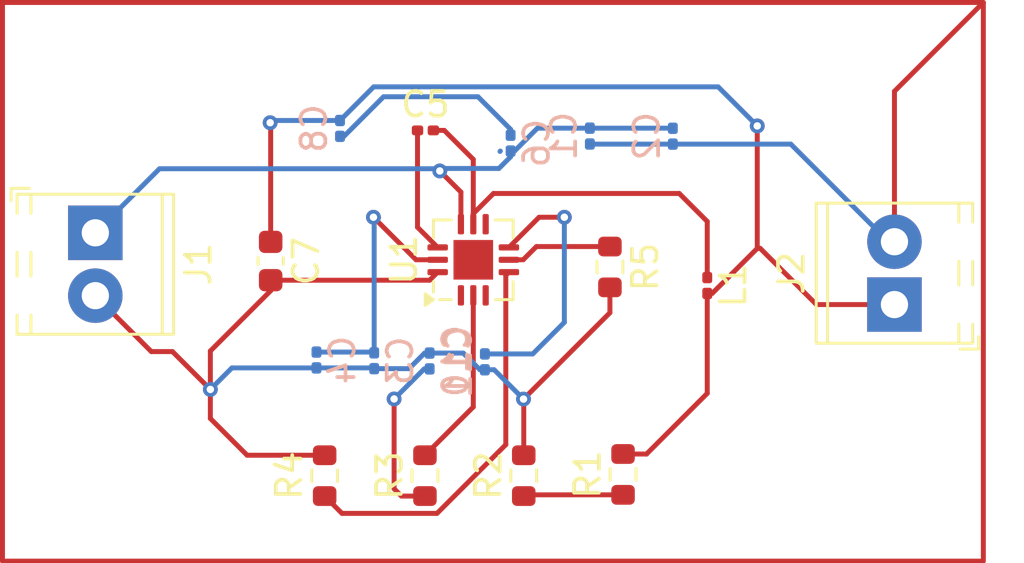
<source format=kicad_pcb>
(kicad_pcb (version 20240108) (generator "pcbnew") (generator_version "8.0")
  (layers (0 "F.Cu" signal) (31 "B.Cu" signal) (34 "B.Paste" user) (35 "F.Paste" user) (36 "B.SilkS" user "B.Silkscreen") (37 "F.SilkS" user "F.Silkscreen") (38 "B.Mask" user) (39 "F.Mask" user) (44 "Edge.Cuts" user))
  (net 0 "")
  (net 1 "Earth")
  (net 2 "Net-(U1-VCC)")
  (net 3 "Net-(U1-BST)")
  (net 4 "Net-(U1-SW)")
  (net 5 "Net-(C10-Pad1)")
  (net 6 "Net-(U1-SS{slash}TRK)")
  (net 7 "Net-(U1-FB)")
  (net 8 "Net-(U1-COMP)")
  (net 9 "Net-(U1-PGOOD)")
  (net 10 "Net-(U1-FREQ)")
  (net 11 "Net-(J1-Pin_1)")
  (net 12 "Net-(J2-Pin_1)")
  (footprint "Inductor_SMD:L_0201_0603Metric" (layer "F.Cu") (at 142.68 83.82 -90)
    (property "Reference" "L1" (at 0 -1.05 90) (layer "F.SilkS"))
    (property "Value" "18.3uH")
    (pad "1" smd roundrect (at -0.32 0 270) (size 0.46 0.4) (layers "F.Cu" "F.Mask") (net 4 "Net-(U1-SW)"))
    (pad "2" smd roundrect (at 0.32 0 270) (size 0.46 0.4) (layers "F.Cu" "F.Mask") (net 12 "Net-(J2-Pin_1)"))
  )
  (footprint "TerminalBlock_Phoenix:TerminalBlock_Phoenix_MPT-0,5-2-2.54_1x02_P2.54mm_Horizontal" (layer "F.Cu") (at 117.97 81.69 -90)
    (property "Reference" "J1" (at 1.27 -4.16 90) (layer "F.SilkS"))
    (property "Value" "Vin 24V")
    (fp_line (start -1.8 3.4) (end -1.3 3.4) (stroke (width 0.12)) (layer "F.SilkS"))
    (fp_line (start -1.56 3.16) (end -0.79 3.16) (stroke (width 0.12)) (layer "F.SilkS"))
    (fp_line (start 0.79 3.16) (end 1.75 3.16) (stroke (width 0.12)) (layer "F.SilkS"))
    (fp_line (start 3.33 3.16) (end 4.1 3.16) (stroke (width 0.12)) (layer "F.SilkS"))
    (fp_line (start -1.8 2.66) (end -1.8 3.4) (stroke (width 0.12)) (layer "F.SilkS"))
    (fp_line (start -1.56 2.6) (end -0.79 2.6) (stroke (width 0.12)) (layer "F.SilkS"))
    (fp_line (start 0.79 2.6) (end 1.75 2.6) (stroke (width 0.12)) (layer "F.SilkS"))
    (fp_line (start 3.33 2.6) (end 4.1 2.6) (stroke (width 0.12)) (layer "F.SilkS"))
    (fp_line (start -1.56 -2.7) (end 4.1 -2.7) (stroke (width 0.12)) (layer "F.SilkS"))
    (fp_line (start -1.56 -3.16) (end -1.56 3.16) (stroke (width 0.12)) (layer "F.SilkS"))
    (fp_line (start -1.56 -3.16) (end 4.1 -3.16) (stroke (width 0.12)) (layer "F.SilkS"))
    (fp_line (start 4.1 -3.16) (end 4.1 3.16) (stroke (width 0.12)) (layer "F.SilkS"))
    (pad "" np_thru_hole circle (at 0 2.54 270) (size 1.1 1.1) (drill 1.1) (layers "*.Cu" "*.Mask"))
    (pad "" np_thru_hole circle (at 2.54 2.54 270) (size 1.1 1.1) (drill 1.1) (layers "*.Cu" "*.Mask"))
    (pad "1" thru_hole rect (at 0 0 270) (size 2.2 2.2) (drill 1.1) (layers "*.Cu" "*.Mask") (net 11 "Net-(J1-Pin_1)"))
    (pad "2" thru_hole circle (at 2.54 0 270) (size 2.2 2.2) (drill 1.1) (layers "*.Cu" "*.Mask") (net 1 "Earth"))
  )
  (footprint "Resistor_SMD:R_0603_1608Metric" (layer "F.Cu") (at 127.23 91.505 90)
    (property "Reference" "R4" (at 0 -1.43 90) (layer "F.SilkS"))
    (property "Value" "50k")
    (fp_line (start -0.237258 -0.5225) (end 0.237258 -0.5225) (stroke (width 0.12)) (layer "F.SilkS"))
    (fp_line (start -0.237258 0.5225) (end 0.237258 0.5225) (stroke (width 0.12)) (layer "F.SilkS"))
    (pad "1" smd roundrect (at -0.825 0 90) (size 0.8 0.95) (layers "F.Cu" "F.Paste" "F.Mask") (net 9 "Net-(U1-PGOOD)"))
    (pad "2" smd roundrect (at 0.825 0 90) (size 0.8 0.95) (layers "F.Cu" "F.Paste" "F.Mask") (net 1 "Earth"))
  )
  (footprint "Package_DFN_QFN:QFN-12-1EP_3x3mm_P0.5mm_EP1.6x1.6mm" (layer "F.Cu") (at 133.2325 82.78 90)
    (property "Reference" "U1" (at 0 -2.8 90) (layer "F.SilkS"))
    (property "Value" "ADP2441")
    (fp_line (start 1.61 -1.61) (end 1.61 -0.885) (stroke (width 0.12)) (layer "F.SilkS"))
    (fp_line (start 0.885 -1.61) (end 1.61 -1.61) (stroke (width 0.12)) (layer "F.SilkS"))
    (fp_line (start -0.885 -1.61) (end -1.31 -1.61) (stroke (width 0.12)) (layer "F.SilkS"))
    (fp_line (start -1.61 -0.885) (end -1.61 -1.37) (stroke (width 0.12)) (layer "F.SilkS"))
    (fp_line (start 1.61 1.61) (end 1.61 0.885) (stroke (width 0.12)) (layer "F.SilkS"))
    (fp_line (start 0.885 1.61) (end 1.61 1.61) (stroke (width 0.12)) (layer "F.SilkS"))
    (fp_line (start -0.885 1.61) (end -1.61 1.61) (stroke (width 0.12)) (layer "F.SilkS"))
    (fp_line (start -1.61 1.61) (end -1.61 0.885) (stroke (width 0.12)) (layer "F.SilkS"))
    (fp_poly (pts (xy -1.61 -1.61) (xy -1.85 -1.94) (xy -1.37 -1.94) (xy -1.61 -1.61)) (stroke (width 0.12)) (fill solid) (layer "F.SilkS"))
    (pad "1" smd roundrect (at -1.4375 -0.5 90) (size 0.825 0.25) (layers "F.Cu" "F.Paste" "F.Mask") (net 7 "Net-(U1-FB)"))
    (pad "2" smd roundrect (at -1.4375 0 90) (size 0.825 0.25) (layers "F.Cu" "F.Paste" "F.Mask") (net 8 "Net-(U1-COMP)"))
    (pad "3" smd roundrect (at -1.4375 0.5 90) (size 0.825 0.25) (layers "F.Cu" "F.Paste" "F.Mask") (net 1 "Earth"))
    (pad "4" smd roundrect (at -0.5 1.4375 90) (size 0.25 0.825) (layers "F.Cu" "F.Paste" "F.Mask") (net 9 "Net-(U1-PGOOD)"))
    (pad "5" smd roundrect (at 0 1.4375 90) (size 0.25 0.825) (layers "F.Cu" "F.Paste" "F.Mask") (net 10 "Net-(U1-FREQ)"))
    (pad "6" smd roundrect (at 0.5 1.4375 90) (size 0.25 0.825) (layers "F.Cu" "F.Paste" "F.Mask") (net 6 "Net-(U1-SS{slash}TRK)"))
    (pad "7" smd roundrect (at 1.4375 0.5 90) (size 0.825 0.25) (layers "F.Cu" "F.Paste" "F.Mask") (net 1 "Earth"))
    (pad "8" smd roundrect (at 1.4375 0 90) (size 0.825 0.25) (layers "F.Cu" "F.Paste" "F.Mask") (net 4 "Net-(U1-SW)"))
    (pad "9" smd roundrect (at 1.4375 -0.5 90) (size 0.825 0.25) (layers "F.Cu" "F.Paste" "F.Mask") (net 11 "Net-(J1-Pin_1)"))
    (pad "10" smd roundrect (at 0.5 -1.4375 90) (size 0.25 0.825) (layers "F.Cu" "F.Paste" "F.Mask") (net 3 "Net-(U1-BST)"))
    (pad "11" smd roundrect (at 0 -1.4375 90) (size 0.25 0.825) (layers "F.Cu" "F.Paste" "F.Mask") (net 2 "Net-(U1-VCC)"))
    (pad "12" smd roundrect (at -0.5 -1.4375 90) (size 0.25 0.825) (layers "F.Cu" "F.Paste" "F.Mask") (net 1 "Earth"))
    (pad "13" smd rect (at 0 0 90) (size 1.6 1.6) (property pad_prop_heatsink) (layers "F.Cu" "F.Mask"))
  )
  (footprint "Resistor_SMD:R_0603_1608Metric" (layer "F.Cu") (at 131.28 91.505 90)
    (property "Reference" "R3" (at 0 -1.43 90) (layer "F.SilkS"))
    (property "Value" "118k")
    (fp_line (start -0.237258 -0.5225) (end 0.237258 -0.5225) (stroke (width 0.12)) (layer "F.SilkS"))
    (fp_line (start -0.237258 0.5225) (end 0.237258 0.5225) (stroke (width 0.12)) (layer "F.SilkS"))
    (pad "1" smd roundrect (at -0.825 0 90) (size 0.8 0.95) (layers "F.Cu" "F.Paste" "F.Mask") (net 5 "Net-(C10-Pad1)"))
    (pad "2" smd roundrect (at 0.825 0 90) (size 0.8 0.95) (layers "F.Cu" "F.Paste" "F.Mask") (net 8 "Net-(U1-COMP)"))
  )
  (footprint "Capacitor_SMD:C_0201_0603Metric" (layer "F.Cu") (at 131.3 77.55)
    (property "Reference" "C5" (at 0 -1.05 360) (layer "F.SilkS"))
    (property "Value" "10nF")
    (pad "1" smd roundrect (at -0.32 0) (size 0.46 0.4) (layers "F.Cu" "F.Mask") (net 3 "Net-(U1-BST)"))
    (pad "2" smd roundrect (at 0.32 0) (size 0.46 0.4) (layers "F.Cu" "F.Mask") (net 4 "Net-(U1-SW)"))
  )
  (footprint "Capacitor_SMD:C_0603_1608Metric" (layer "F.Cu") (at 125.05 82.83 -90)
    (property "Reference" "C7" (at 0 -1.43 90) (layer "F.SilkS"))
    (property "Value" "22uF")
    (fp_line (start -0.14058 0.51) (end 0.14058 0.51) (stroke (width 0.12)) (layer "F.SilkS"))
    (fp_line (start -0.14058 -0.51) (end 0.14058 -0.51) (stroke (width 0.12)) (layer "F.SilkS"))
    (pad "1" smd roundrect (at -0.775 0 270) (size 0.9 0.95) (layers "F.Cu" "F.Paste" "F.Mask") (net 12 "Net-(J2-Pin_1)"))
    (pad "2" smd roundrect (at 0.775 0 270) (size 0.9 0.95) (layers "F.Cu" "F.Paste" "F.Mask") (net 1 "Earth"))
  )
  (footprint "TerminalBlock_Phoenix:TerminalBlock_Phoenix_MPT-0,5-2-2.54_1x02_P2.54mm_Horizontal" (layer "F.Cu") (at 150.24 84.59 90)
    (property "Reference" "J2" (at 1.27 -4.16 90) (layer "F.SilkS"))
    (property "Value" "Vout 5V, 1A")
    (fp_line (start 4.1 -3.16) (end 4.1 3.16) (stroke (width 0.12)) (layer "F.SilkS"))
    (fp_line (start -1.56 -3.16) (end 4.1 -3.16) (stroke (width 0.12)) (layer "F.SilkS"))
    (fp_line (start -1.56 -3.16) (end -1.56 3.16) (stroke (width 0.12)) (layer "F.SilkS"))
    (fp_line (start -1.56 -2.7) (end 4.1 -2.7) (stroke (width 0.12)) (layer "F.SilkS"))
    (fp_line (start 3.33 2.6) (end 4.1 2.6) (stroke (width 0.12)) (layer "F.SilkS"))
    (fp_line (start 0.79 2.6) (end 1.75 2.6) (stroke (width 0.12)) (layer "F.SilkS"))
    (fp_line (start -1.56 2.6) (end -0.79 2.6) (stroke (width 0.12)) (layer "F.SilkS"))
    (fp_line (start -1.8 2.66) (end -1.8 3.4) (stroke (width 0.12)) (layer "F.SilkS"))
    (fp_line (start 3.33 3.16) (end 4.1 3.16) (stroke (width 0.12)) (layer "F.SilkS"))
    (fp_line (start 0.79 3.16) (end 1.75 3.16) (stroke (width 0.12)) (layer "F.SilkS"))
    (fp_line (start -1.56 3.16) (end -0.79 3.16) (stroke (width 0.12)) (layer "F.SilkS"))
    (fp_line (start -1.8 3.4) (end -1.3 3.4) (stroke (width 0.12)) (layer "F.SilkS"))
    (pad "" np_thru_hole circle (at 0 2.54 90) (size 1.1 1.1) (drill 1.1) (layers "*.Cu" "*.Mask"))
    (pad "" np_thru_hole circle (at 2.54 2.54 90) (size 1.1 1.1) (drill 1.1) (layers "*.Cu" "*.Mask"))
    (pad "1" thru_hole rect (at 0 0 90) (size 2.2 2.2) (drill 1.1) (layers "*.Cu" "*.Mask") (net 12 "Net-(J2-Pin_1)"))
    (pad "2" thru_hole circle (at 2.54 0 90) (size 2.2 2.2) (drill 1.1) (layers "*.Cu" "*.Mask") (net 1 "Earth"))
  )
  (footprint "Resistor_SMD:R_0603_1608Metric" (layer "F.Cu") (at 135.27 91.505 90)
    (property "Reference" "R2" (at 0 -1.43 90) (layer "F.SilkS"))
    (property "Value" "10k")
    (fp_line (start -0.237258 -0.5225) (end 0.237258 -0.5225) (stroke (width 0.12)) (layer "F.SilkS"))
    (fp_line (start -0.237258 0.5225) (end 0.237258 0.5225) (stroke (width 0.12)) (layer "F.SilkS"))
    (pad "1" smd roundrect (at -0.825 0 90) (size 0.8 0.95) (layers "F.Cu" "F.Paste" "F.Mask") (net 7 "Net-(U1-FB)"))
    (pad "2" smd roundrect (at 0.825 0 90) (size 0.8 0.95) (layers "F.Cu" "F.Paste" "F.Mask") (net 1 "Earth"))
  )
  (footprint "Resistor_SMD:R_0603_1608Metric" (layer "F.Cu") (at 139.28 91.455 90)
    (property "Reference" "R1" (at 0 -1.43 90) (layer "F.SilkS"))
    (property "Value" "74k")
    (fp_line (start -0.237258 -0.5225) (end 0.237258 -0.5225) (stroke (width 0.12)) (layer "F.SilkS"))
    (fp_line (start -0.237258 0.5225) (end 0.237258 0.5225) (stroke (width 0.12)) (layer "F.SilkS"))
    (pad "1" smd roundrect (at -0.825 0 90) (size 0.8 0.95) (layers "F.Cu" "F.Paste" "F.Mask") (net 7 "Net-(U1-FB)"))
    (pad "2" smd roundrect (at 0.825 0 90) (size 0.8 0.95) (layers "F.Cu" "F.Paste" "F.Mask") (net 12 "Net-(J2-Pin_1)"))
  )
  (footprint "Resistor_SMD:R_0603_1608Metric" (layer "F.Cu") (at 138.75 83.07 -90)
    (property "Reference" "R5" (at 0 -1.43 90) (layer "F.SilkS"))
    (property "Value" "132k")
    (fp_line (start -0.237258 0.5225) (end 0.237258 0.5225) (stroke (width 0.12)) (layer "F.SilkS"))
    (fp_line (start -0.237258 -0.5225) (end 0.237258 -0.5225) (stroke (width 0.12)) (layer "F.SilkS"))
    (pad "1" smd roundrect (at -0.825 0 270) (size 0.8 0.95) (layers "F.Cu" "F.Paste" "F.Mask") (net 10 "Net-(U1-FREQ)"))
    (pad "2" smd roundrect (at 0.825 0 270) (size 0.8 0.95) (layers "F.Cu" "F.Paste" "F.Mask") (net 1 "Earth"))
  )
  (footprint "Capacitor_SMD:C_0201_0603Metric" (layer "B.Cu") (at 126.9 86.83 90)
    (property "Reference" "C4" (at 0 1.05 90) (layer "B.SilkS") (effects (justify mirror)))
    (property "Value" "1uF/25V")
    (pad "1" smd roundrect (at -0.32 0 90) (size 0.46 0.4) (layers "B.Cu" "B.Mask") (net 1 "Earth"))
    (pad "2" smd roundrect (at 0.32 0 90) (size 0.46 0.4) (layers "B.Cu" "B.Mask") (net 2 "Net-(U1-VCC)"))
  )
  (footprint "Capacitor_SMD:C_0201_0603Metric" (layer "B.Cu") (at 129.23 86.86 90)
    (property "Reference" "C3" (at 0 1.05 90) (layer "B.SilkS") (effects (justify mirror)))
    (property "Value" "1uF/25V")
    (pad "1" smd roundrect (at -0.32 0 90) (size 0.46 0.4) (layers "B.Cu" "B.Mask") (net 1 "Earth"))
    (pad "2" smd roundrect (at 0.32 0 90) (size 0.46 0.4) (layers "B.Cu" "B.Mask") (net 2 "Net-(U1-VCC)"))
  )
  (footprint "Capacitor_SMD:C_0201_0603Metric" (layer "B.Cu") (at 127.85 77.47 -90)
    (property "Reference" "C8" (at 0 1.05 90) (layer "B.SilkS") (effects (justify mirror)))
    (property "Value" "10uF")
    (pad "1" smd roundrect (at -0.32 0 270) (size 0.46 0.4) (layers "B.Cu" "B.Mask") (net 12 "Net-(J2-Pin_1)"))
    (pad "2" smd roundrect (at 0.32 0 270) (size 0.46 0.4) (layers "B.Cu" "B.Mask") (net 1 "Earth"))
  )
  (footprint "Capacitor_SMD:C_0201_0603Metric" (layer "B.Cu") (at 137.94 77.78 -90)
    (property "Reference" "C1" (at 0 1.05 90) (layer "B.SilkS") (effects (justify mirror)))
    (property "Value" "4.7uF")
    (pad "1" smd roundrect (at -0.32 0 270) (size 0.46 0.4) (layers "B.Cu" "B.Mask") (net 11 "Net-(J1-Pin_1)"))
    (pad "2" smd roundrect (at 0.32 0 270) (size 0.46 0.4) (layers "B.Cu" "B.Mask") (net 1 "Earth"))
  )
  (footprint "Capacitor_SMD:C_0201_0603Metric" (layer "B.Cu") (at 141.29 77.785 -90)
    (property "Reference" "C2" (at 0 1.05 90) (layer "B.SilkS") (effects (justify mirror)))
    (property "Value" "4.7uF")
    (pad "1" smd roundrect (at -0.32 0 270) (size 0.46 0.4) (layers "B.Cu" "B.Mask") (net 11 "Net-(J1-Pin_1)"))
    (pad "2" smd roundrect (at 0.32 0 270) (size 0.46 0.4) (layers "B.Cu" "B.Mask") (net 1 "Earth"))
  )
  (footprint "Capacitor_SMD:C_0201_0603Metric" (layer "B.Cu") (at 134.74 78.065 90)
    (property "Reference" "C6" (at 0 1.05 90) (layer "B.SilkS") (effects (justify mirror)))
    (property "Value" "0.1uF")
    (pad "1" smd roundrect (at -0.32 0 90) (size 0.46 0.4) (layers "B.Cu" "B.Mask") (net 11 "Net-(J1-Pin_1)"))
    (pad "2" smd roundrect (at 0.32 0 90) (size 0.46 0.4) (layers "B.Cu" "B.Mask") (net 1 "Earth"))
  )
  (footprint "Capacitor_SMD:C_0201_0603Metric" (layer "B.Cu") (at 133.7 86.905 -90)
    (property "Reference" "C11" (at 0 1.05 90) (layer "B.SilkS") (effects (justify mirror)))
    (property "Value" "10nF")
    (pad "1" smd roundrect (at -0.32 0 270) (size 0.46 0.4) (layers "B.Cu" "B.Mask") (net 6 "Net-(U1-SS{slash}TRK)"))
    (pad "2" smd roundrect (at 0.32 0 270) (size 0.46 0.4) (layers "B.Cu" "B.Mask") (net 1 "Earth"))
  )
  (footprint "Capacitor_SMD:C_0201_0603Metric" (layer "B.Cu") (at 131.47 86.87 90)
    (property "Reference" "C10" (at 0 1.05 90) (layer "B.SilkS") (effects (justify mirror)))
    (property "Value" "180pF")
    (pad "1" smd roundrect (at -0.32 0 90) (size 0.46 0.4) (layers "B.Cu" "B.Mask") (net 5 "Net-(C10-Pad1)"))
    (pad "2" smd roundrect (at 0.32 0 90) (size 0.46 0.4) (layers "B.Cu" "B.Mask") (net 1 "Earth"))
  )
  (gr_rect (start 114.22 72.38) (end 153.83 94.96) (stroke (width 0.2)) (fill none) (layer "F.Cu") (net 1))
  (segment (start 131.795 83.28) (end 131.47 83.605) (width 0.2) (layer "F.Cu") (net 1))
  (segment (start 122.615 88.02) (end 122.615 89.195) (width 0.2) (layer "F.Cu") (net 1))
  (segment (start 138.75 83.895) (end 138.75 84.92) (width 0.2) (layer "F.Cu") (net 1))
  (segment (start 120.23 86.49) (end 117.97 84.23) (width 0.2) (layer "F.Cu") (net 1))
  (segment (start 122.615 88.02) (end 121.085 86.49) (width 0.2) (layer "F.Cu") (net 1))
  (segment (start 125.05 84.03) (end 125.05 83.605) (width 0.2) (layer "F.Cu") (net 1))
  (segment (start 138.75 84.92) (end 135.26 88.41) (width 0.2) (layer "F.Cu") (net 1))
  (segment (start 127.18 90.63) (end 127.23 90.68) (width 0.2) (layer "F.Cu") (net 1))
  (segment (start 122.615 86.465) (end 125.05 84.03) (width 0.2) (layer "F.Cu") (net 1))
  (segment (start 124.1 90.68) (end 127.23 90.68) (width 0.2) (layer "F.Cu") (net 1))
  (segment (start 121.085 86.49) (end 120.23 86.49) (width 0.2) (layer "F.Cu") (net 1))
  (segment (start 122.615 88.02) (end 122.615 86.465) (width 0.2) (layer "F.Cu") (net 1))
  (segment (start 131.47 83.605) (end 125.05 83.605) (width 0.2) (layer "F.Cu") (net 1))
  (segment (start 153.83 72.38) (end 150.24 75.97) (width 0.2) (layer "F.Cu") (net 1))
  (segment (start 150.24 75.97) (end 150.24 82.05) (width 0.2) (layer "F.Cu") (net 1))
  (segment (start 135.27 90.68) (end 135.27 88.42) (width 0.2) (layer "F.Cu") (net 1))
  (segment (start 135.27 88.42) (end 135.26 88.41) (width 0.2) (layer "F.Cu") (net 1))
  (segment (start 125.375 83.28) (end 125.05 83.605) (width 0.2) (layer "F.Cu") (net 1))
  (segment (start 122.615 89.195) (end 124.1 90.68) (width 0.2) (layer "F.Cu") (net 1))
  (via (at 122.615 88.02) (size 0.6) (drill 0.3) (layers "F.Cu" "B.Cu") (net 1))
  (via (at 135.26 88.41) (size 0.6) (drill 0.3) (layers "F.Cu" "B.Cu") (net 1))
  (segment (start 122.615 88.02) (end 123.485 87.15) (width 0.2) (layer "B.Cu") (net 1))
  (segment (start 133.500001 87.225) (end 132.825001 86.55) (width 0.2) (layer "B.Cu") (net 1))
  (segment (start 137.945 78.105) (end 137.94 78.1) (width 0.2) (layer "B.Cu") (net 1))
  (segment (start 129.608456 76.19) (end 128.008456 77.79) (width 0.2) (layer "B.Cu") (net 1))
  (segment (start 150 82.05) (end 146.055 78.105) (width 0.2) (layer "B.Cu") (net 1))
  (segment (start 131.270001 86.55) (end 131.47 86.55) (width 0.2) (layer "B.Cu") (net 1))
  (segment (start 132.825001 86.55) (end 131.47 86.55) (width 0.2) (layer "B.Cu") (net 1))
  (segment (start 130.640001 87.18) (end 131.270001 86.55) (width 0.2) (layer "B.Cu") (net 1))
  (segment (start 129.23 87.18) (end 130.640001 87.18) (width 0.2) (layer "B.Cu") (net 1))
  (segment (start 133.42 76.19) (end 129.608456 76.19) (width 0.2) (layer "B.Cu") (net 1))
  (segment (start 134.74 77.745) (end 134.74 77.51) (width 0.2) (layer "B.Cu") (net 1))
  (segment (start 150.24 82.05) (end 150 82.05) (width 0.2) (layer "B.Cu") (net 1))
  (segment (start 134.31 78.4) (end 134.325 78.385) (width 0.2) (layer "B.Cu") (net 1))
  (segment (start 123.485 87.15) (end 126.9 87.15) (width 0.2) (layer "B.Cu") (net 1))
  (segment (start 134.075 87.225) (end 133.7 87.225) (width 0.2) (layer "B.Cu") (net 1))
  (segment (start 133.665 87.19) (end 133.7 87.225) (width 0.2) (layer "B.Cu") (net 1))
  (segment (start 150.24 82.05) (end 150.09 82.2) (width 0.2) (layer "B.Cu") (net 1))
  (segment (start 134.74 77.51) (end 133.42 76.19) (width 0.2) (layer "B.Cu") (net 1))
  (segment (start 135.26 88.41) (end 134.075 87.225) (width 0.2) (layer "B.Cu") (net 1))
  (segment (start 128.008456 77.79) (end 127.85 77.79) (width 0.2) (layer "B.Cu") (net 1))
  (segment (start 146.055 78.105) (end 141.29 78.105) (width 0.2) (layer "B.Cu") (net 1))
  (segment (start 141.29 78.105) (end 137.945 78.105) (width 0.2) (layer "B.Cu") (net 1))
  (segment (start 126.9 87.15) (end 129.2 87.15) (width 0.2) (layer "B.Cu") (net 1))
  (segment (start 133.7 87.225) (end 133.500001 87.225) (width 0.2) (layer "B.Cu") (net 1))
  (segment (start 129.2 87.15) (end 129.23 87.18) (width 0.2) (layer "B.Cu") (net 1))
  (segment (start 129.2 81.06) (end 130.92 82.78) (width 0.2) (layer "F.Cu") (net 2))
  (segment (start 130.92 82.78) (end 131.795 82.78) (width 0.2) (layer "F.Cu") (net 2))
  (via (at 129.2 81.06) (size 0.6) (drill 0.3) (layers "F.Cu" "B.Cu") (net 2))
  (segment (start 129.2 81.06) (end 129.23 81.09) (width 0.2) (layer "B.Cu") (net 2))
  (segment (start 126.9 86.51) (end 129.2 86.51) (width 0.2) (layer "B.Cu") (net 2))
  (segment (start 129.2 86.51) (end 129.23 86.54) (width 0.2) (layer "B.Cu") (net 2))
  (segment (start 129.23 81.09) (end 129.23 86.54) (width 0.2) (layer "B.Cu") (net 2))
  (segment (start 130.98 81.465) (end 130.98 77.55) (width 0.2) (layer "F.Cu") (net 3))
  (segment (start 131.795 82.28) (end 130.98 81.465) (width 0.2) (layer "F.Cu") (net 3))
  (segment (start 134.048114 80.1) (end 133.2325 80.915614) (width 0.2) (layer "F.Cu") (net 4))
  (segment (start 131.62 77.55) (end 132.06 77.55) (width 0.2) (layer "F.Cu") (net 4))
  (segment (start 133.2325 80.9075) (end 133.2325 81.3425) (width 0.2) (layer "F.Cu") (net 4))
  (segment (start 141.55 80.1) (end 134.048114 80.1) (width 0.2) (layer "F.Cu") (net 4))
  (segment (start 142.68 83.5) (end 142.68 81.23) (width 0.2) (layer "F.Cu") (net 4))
  (segment (start 142.68 81.23) (end 141.55 80.1) (width 0.2) (layer "F.Cu") (net 4))
  (segment (start 133.2325 78.7225) (end 133.2325 81.3425) (width 0.2) (layer "F.Cu") (net 4))
  (segment (start 133.2325 80.915614) (end 133.2325 81.3425) (width 0.2) (layer "F.Cu") (net 4))
  (segment (start 132.06 77.55) (end 133.2325 78.7225) (width 0.2) (layer "F.Cu") (net 4))
  (segment (start 130.33 92.33) (end 131.28 92.33) (width 0.2) (layer "F.Cu") (net 5))
  (segment (start 130.035 88.405) (end 130.035 92.035) (width 0.2) (layer "F.Cu") (net 5))
  (segment (start 130.035 92.035) (end 130.33 92.33) (width 0.2) (layer "F.Cu") (net 5))
  (via (at 130.035 88.405) (size 0.6) (drill 0.3) (layers "F.Cu" "B.Cu") (net 5))
  (segment (start 131.25 87.19) (end 131.47 87.19) (width 0.2) (layer "B.Cu") (net 5))
  (segment (start 131.46 87.18) (end 131.47 87.19) (width 0.2) (layer "B.Cu") (net 5))
  (segment (start 130.035 88.405) (end 131.25 87.19) (width 0.2) (layer "B.Cu") (net 5))
  (segment (start 135.89 81.06) (end 134.67 82.28) (width 0.2) (layer "F.Cu") (net 6))
  (segment (start 136.91 81.06) (end 135.89 81.06) (width 0.2) (layer "F.Cu") (net 6))
  (via (at 136.91 81.06) (size 0.6) (drill 0.3) (layers "F.Cu" "B.Cu") (net 6))
  (segment (start 135.635 86.585) (end 133.7 86.585) (width 0.2) (layer "B.Cu") (net 6))
  (segment (start 136.91 81.06) (end 136.91 85.31) (width 0.2) (layer "B.Cu") (net 6))
  (segment (start 136.91 85.31) (end 135.635 86.585) (width 0.2) (layer "B.Cu") (net 6))
  (segment (start 139.28 92.28) (end 135.32 92.28) (width 0.2) (layer "F.Cu") (net 7))
  (segment (start 135.32 92.28) (end 135.27 92.33) (width 0.2) (layer "F.Cu") (net 7))
  (segment (start 133.2325 88.7275) (end 133.2325 84.2175) (width 0.2) (layer "F.Cu") (net 8))
  (segment (start 131.28 90.68) (end 133.2325 88.7275) (width 0.2) (layer "F.Cu") (net 8))
  (segment (start 134.545 90.252648) (end 131.767648 93.03) (width 0.2) (layer "F.Cu") (net 9))
  (segment (start 134.67 83.28) (end 134.545 83.405) (width 0.2) (layer "F.Cu") (net 9))
  (segment (start 127.93 93.03) (end 127.23 92.33) (width 0.2) (layer "F.Cu") (net 9))
  (segment (start 131.767648 93.03) (end 127.93 93.03) (width 0.2) (layer "F.Cu") (net 9))
  (segment (start 134.545 83.405) (end 134.545 90.252648) (width 0.2) (layer "F.Cu") (net 9))
  (segment (start 135.246886 82.78) (end 135.781886 82.245) (width 0.2) (layer "F.Cu") (net 10))
  (segment (start 135.781886 82.245) (end 138.75 82.245) (width 0.2) (layer "F.Cu") (net 10))
  (segment (start 134.67 82.78) (end 135.246886 82.78) (width 0.2) (layer "F.Cu") (net 10))
  (segment (start 132.7325 81.3425) (end 132.7325 80.0425) (width 0.2) (layer "F.Cu") (net 11))
  (segment (start 132.7325 80.0425) (end 131.88 79.19) (width 0.2) (layer "F.Cu") (net 11))
  (via (at 131.88 79.19) (size 0.6) (drill 0.3) (layers "F.Cu" "B.Cu") (net 11))
  (segment (start 135.823456 77.46) (end 134.898456 78.385) (width 0.2) (layer "B.Cu") (net 11))
  (segment (start 117.97 81.69) (end 120.56 79.1) (width 0.2) (layer "B.Cu") (net 11))
  (segment (start 131.98 79.09) (end 134.264999 79.09) (width 0.2) (layer "B.Cu") (net 11))
  (segment (start 131.88 79.19) (end 131.98 79.09) (width 0.2) (layer "B.Cu") (net 11))
  (segment (start 134.74 78.614999) (end 134.74 78.385) (width 0.2) (layer "B.Cu") (net 11))
  (segment (start 134.898456 78.385) (end 134.74 78.385) (width 0.2) (layer "B.Cu") (net 11))
  (segment (start 137.94 77.46) (end 141.285 77.46) (width 0.2) (layer "B.Cu") (net 11))
  (segment (start 141.285 77.46) (end 141.29 77.465) (width 0.2) (layer "B.Cu") (net 11))
  (segment (start 131.79 79.1) (end 131.88 79.19) (width 0.2) (layer "B.Cu") (net 11))
  (segment (start 120.56 79.1) (end 131.79 79.1) (width 0.2) (layer "B.Cu") (net 11))
  (segment (start 134.264999 79.09) (end 134.74 78.614999) (width 0.2) (layer "B.Cu") (net 11))
  (segment (start 137.94 77.46) (end 135.823456 77.46) (width 0.2) (layer "B.Cu") (net 11))
  (segment (start 142.879999 84.14) (end 142.68 84.14) (width 0.2) (layer "F.Cu") (net 12))
  (segment (start 147.090002 84.59) (end 150.24 84.59) (width 0.2) (layer "F.Cu") (net 12))
  (segment (start 125.03 77.24) (end 125.05 77.26) (width 0.2) (layer "F.Cu") (net 12))
  (segment (start 144.820001 82.319999) (end 147.090002 84.59) (width 0.2) (layer "F.Cu") (net 12))
  (segment (start 144.7 77.37) (end 144.7 82.319999) (width 0.2) (layer "F.Cu") (net 12))
  (segment (start 139.28 90.63) (end 140.23 90.63) (width 0.2) (layer "F.Cu") (net 12))
  (segment (start 142.68 88.18) (end 140.23 90.63) (width 0.2) (layer "F.Cu") (net 12))
  (segment (start 125.05 77.26) (end 125.05 82.055) (width 0.2) (layer "F.Cu") (net 12))
  (segment (start 142.68 84.14) (end 142.68 88.18) (width 0.2) (layer "F.Cu") (net 12))
  (segment (start 144.7 82.319999) (end 144.820001 82.319999) (width 0.2) (layer "F.Cu") (net 12))
  (segment (start 144.7 82.319999) (end 142.879999 84.14) (width 0.2) (layer "F.Cu") (net 12))
  (via (at 125.03 77.24) (size 0.6) (drill 0.3) (layers "F.Cu" "B.Cu") (net 12))
  (via (at 144.7 77.37) (size 0.6) (drill 0.3) (layers "F.Cu" "B.Cu") (net 12))
  (segment (start 125.12 77.15) (end 127.85 77.15) (width 0.2) (layer "B.Cu") (net 12))
  (segment (start 144.7 77.37) (end 143.12 75.79) (width 0.2) (layer "B.Cu") (net 12))
  (segment (start 129.21 75.79) (end 127.85 77.15) (width 0.2) (layer "B.Cu") (net 12))
  (segment (start 125.03 77.24) (end 125.12 77.15) (width 0.2) (layer "B.Cu") (net 12))
  (segment (start 143.12 75.79) (end 129.21 75.79) (width 0.2) (layer "B.Cu") (net 12))
)
</source>
